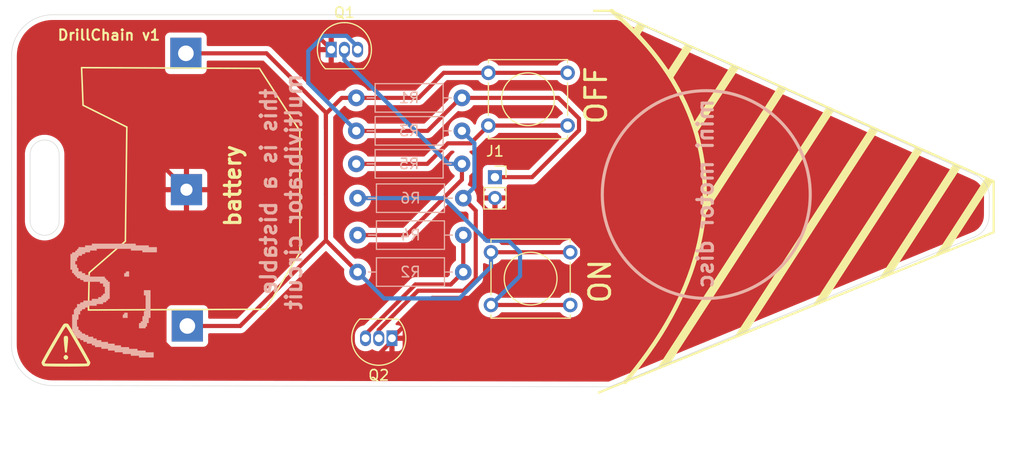
<source format=kicad_pcb>
(kicad_pcb (version 20240108) (generator "pcbnew") (generator_version "8.0")
  (layers (0 "F.Cu" signal) (31 "B.Cu" signal) (34 "B.Paste" user) (35 "F.Paste" user) (36 "B.SilkS" user "B.Silkscreen") (37 "F.SilkS" user "F.Silkscreen") (38 "B.Mask" user) (39 "F.Mask" user) (44 "Edge.Cuts" user))
  (net 0 "")
  (net 1 "GND")
  (net 2 "+3.3V")
  (net 3 "Net-(J1-Pin_1)")
  (net 4 "Net-(Q1-B)")
  (net 5 "Net-(Q2-C)")
  (net 6 "Net-(Q2-B)")
  (net 7 "Net-(R5-Pad1)")
  (net 8 "Net-(R6-Pad1)")
  (footprint "LOGO" (layer "F.Cu") (at 143.669242 35.227303)
    (property "Reference" "G***" (hide yes))
    (property "Value" "LOGO" (hide yes))
  )
  (footprint "Button_Switch_THT:SW_Tactile_Straight_KSL0Axx1LFTR" (layer "F.Cu") (at 108.839 39.243)
    (property "Reference" "ON" (at 10.4902 2.794 90) (layer "F.SilkS") (effects (font (size 2 2) (thickness 0.3))))
    (property "Value" "SW_Push")
    (pad "1" thru_hole circle (at 0 0) (size 1.397 1.397) (drill 0.8128) (layers "*.Cu" "*.Mask") (net 2 "+3.3V"))
    (pad "1" thru_hole circle (at 7.62 0) (size 1.397 1.397) (drill 0.8128) (layers "*.Cu" "*.Mask") (net 2 "+3.3V"))
    (pad "2" thru_hole circle (at 0 5.08) (size 1.397 1.397) (drill 0.8128) (layers "*.Cu" "*.Mask") (net 8 "Net-(R6-Pad1)"))
    (pad "2" thru_hole circle (at 7.62 5.08) (size 1.397 1.397) (drill 0.8128) (layers "*.Cu" "*.Mask") (net 8 "Net-(R6-Pad1)"))
  )
  (footprint "Button_Switch_THT:SW_Tactile_Straight_KSL0Axx1LFTR" (layer "F.Cu") (at 108.585 21.971)
    (property "Reference" "OFF" (at 10.3632 2.159 -90) (layer "F.SilkS") (effects (font (size 2 2) (thickness 0.3))))
    (property "Value" "SW_Push")
    (pad "1" thru_hole circle (at 0 0) (size 1.397 1.397) (drill 0.8128) (layers "*.Cu" "*.Mask") (net 2 "+3.3V"))
    (pad "1" thru_hole circle (at 7.62 0) (size 1.397 1.397) (drill 0.8128) (layers "*.Cu" "*.Mask") (net 2 "+3.3V"))
    (pad "2" thru_hole circle (at 0 5.08) (size 1.397 1.397) (drill 0.8128) (layers "*.Cu" "*.Mask") (net 7 "Net-(R5-Pad1)"))
    (pad "2" thru_hole circle (at 7.62 5.08) (size 1.397 1.397) (drill 0.8128) (layers "*.Cu" "*.Mask") (net 7 "Net-(R5-Pad1)"))
  )
  (footprint "test2:Battery_Holder_Coin_2032_BS-7" (layer "F.Cu") (at 79.637799 26.3432 -90)
    (property "Reference" "BAT1" (hide yes))
    (property "Value" "BS-7" (hide yes))
    (pad "Neg" thru_hole rect (at 6.88 0.084999 270) (size 3 3) (drill 1.17) (layers "*.Cu" "*.Mask") (net 1 "GND"))
    (pad "Pos" thru_hole rect (at -6.25 0.14 270) (size 3 3) (drill 1.5) (layers "*.Cu" "*.Mask") (net 2 "+3.3V"))
    (pad "Pos" thru_hole rect (at 20 0 270) (size 3 3) (drill 1.5) (layers "*.Cu" "*.Mask") (net 2 "+3.3V"))
  )
  (footprint "Package_TO_SOT_THT:TO-92_Inline" (layer "F.Cu") (at 93.472 19.7358)
    (property "Reference" "Q1" (at 1.27 -3.56 0) (layer "F.SilkS"))
    (property "Value" "2N3904")
    (pad "1" thru_hole rect (at 0 0) (size 1.05 1.5) (drill 0.75) (layers "*.Cu" "*.Mask") (net 1 "GND"))
    (pad "2" thru_hole oval (at 1.27 0) (size 1.05 1.5) (drill 0.75) (layers "*.Cu" "*.Mask") (net 4 "Net-(Q1-B)"))
    (pad "3" thru_hole oval (at 2.54 0) (size 1.05 1.5) (drill 0.75) (layers "*.Cu" "*.Mask") (net 3 "Net-(J1-Pin_1)"))
  )
  (footprint "LOGO" (layer "F.Cu") (at 67.945 48.133)
    (property "Reference" "G***" (hide yes))
    (property "Value" "LOGO" (hide yes))
  )
  (footprint "Connector_PinSocket_2.00mm:PinSocket_1x02_P2.00mm_Vertical" (layer "F.Cu") (at 109.22 32.02)
    (property "Reference" "J1" (at 0 -2.5 0) (layer "F.SilkS"))
    (property "Value" "Conn_01x02_Socket")
    (pad "1" thru_hole rect (at 0 0) (size 1.35 1.35) (drill 0.8) (layers "*.Cu" "*.Mask") (net 3 "Net-(J1-Pin_1)"))
    (pad "2" thru_hole oval (at 0 2) (size 1.35 1.35) (drill 0.8) (layers "*.Cu" "*.Mask") (net 1 "GND"))
  )
  (footprint "Package_TO_SOT_THT:TO-92_Inline" (layer "F.Cu") (at 99.314 47.5234 180)
    (property "Reference" "Q2" (at 1.27 -3.56 0) (layer "F.SilkS"))
    (property "Value" "2N3904")
    (pad "1" thru_hole rect (at 0 0 180) (size 1.05 1.5) (drill 0.75) (layers "*.Cu" "*.Mask") (net 1 "GND"))
    (pad "2" thru_hole oval (at 1.27 0 180) (size 1.05 1.5) (drill 0.75) (layers "*.Cu" "*.Mask") (net 6 "Net-(Q2-B)"))
    (pad "3" thru_hole oval (at 2.54 0 180) (size 1.05 1.5) (drill 0.75) (layers "*.Cu" "*.Mask") (net 5 "Net-(Q2-C)"))
  )
  (footprint "Resistor_THT:R_Axial_DIN0207_L6.3mm_D2.5mm_P10.16mm_Horizontal" (layer "B.Cu") (at 95.885 30.734)
    (property "Reference" "R5" (at 5.08 0 0) (layer "B.SilkS") (effects (justify mirror)))
    (property "Value" "1k")
    (pad "1" thru_hole circle (at 0 0) (size 1.6 1.6) (drill 0.8) (layers "*.Cu" "*.Mask") (net 7 "Net-(R5-Pad1)"))
    (pad "2" thru_hole oval (at 10.16 0) (size 1.6 1.6) (drill 0.8) (layers "*.Cu" "*.Mask") (net 4 "Net-(Q1-B)"))
  )
  (footprint "Resistor_THT:R_Axial_DIN0207_L6.3mm_D2.5mm_P10.16mm_Horizontal" (layer "B.Cu") (at 95.885 27.559)
    (property "Reference" "R3" (at 5.08 0 0) (layer "B.SilkS") (effects (justify mirror)))
    (property "Value" "700")
    (pad "1" thru_hole circle (at 0 0) (size 1.6 1.6) (drill 0.8) (layers "*.Cu" "*.Mask") (net 3 "Net-(J1-Pin_1)"))
    (pad "2" thru_hole oval (at 10.16 0) (size 1.6 1.6) (drill 0.8) (layers "*.Cu" "*.Mask") (net 6 "Net-(Q2-B)"))
  )
  (footprint "Resistor_THT:R_Axial_DIN0207_L6.3mm_D2.5mm_P10.16mm_Horizontal" (layer "B.Cu") (at 95.885 24.384)
    (property "Reference" "R1" (at 5.08 0 0) (layer "B.SilkS") (effects (justify mirror)))
    (property "Value" "20")
    (pad "1" thru_hole circle (at 0 0) (size 1.6 1.6) (drill 0.8) (layers "*.Cu" "*.Mask") (net 2 "+3.3V"))
    (pad "2" thru_hole oval (at 10.16 0) (size 1.6 1.6) (drill 0.8) (layers "*.Cu" "*.Mask") (net 3 "Net-(J1-Pin_1)"))
  )
  (footprint "Resistor_THT:R_Axial_DIN0207_L6.3mm_D2.5mm_P10.16mm_Horizontal" (layer "B.Cu") (at 96.012 41.148)
    (property "Reference" "R2" (at 5.08 0 0) (layer "B.SilkS") (effects (justify mirror)))
    (property "Value" "20")
    (pad "1" thru_hole circle (at 0 0) (size 1.6 1.6) (drill 0.8) (layers "*.Cu" "*.Mask") (net 2 "+3.3V"))
    (pad "2" thru_hole oval (at 10.16 0) (size 1.6 1.6) (drill 0.8) (layers "*.Cu" "*.Mask") (net 5 "Net-(Q2-C)"))
  )
  (footprint "Resistor_THT:R_Axial_DIN0207_L6.3mm_D2.5mm_P10.16mm_Horizontal" (layer "B.Cu") (at 96.012 34.036)
    (property "Reference" "R6" (at 5.08 0 0) (layer "B.SilkS") (effects (justify mirror)))
    (property "Value" "1k")
    (pad "1" thru_hole circle (at 0 0) (size 1.6 1.6) (drill 0.8) (layers "*.Cu" "*.Mask") (net 8 "Net-(R6-Pad1)"))
    (pad "2" thru_hole oval (at 10.16 0) (size 1.6 1.6) (drill 0.8) (layers "*.Cu" "*.Mask") (net 6 "Net-(Q2-B)"))
  )
  (footprint "LOGO" (layer "B.Cu") (at 76.902517 60.088635 -90)
    (property "Reference" "G***" (hide yes))
    (property "Value" "LOGO" (hide yes))
  )
  (footprint "Resistor_THT:R_Axial_DIN0207_L6.3mm_D2.5mm_P10.16mm_Horizontal" (layer "B.Cu") (at 96.012 37.592)
    (property "Reference" "R4" (at 5.08 0 0) (layer "B.SilkS") (effects (justify mirror)))
    (property "Value" "700")
    (pad "1" thru_hole circle (at 0 0) (size 1.6 1.6) (drill 0.8) (layers "*.Cu" "*.Mask") (net 4 "Net-(Q1-B)"))
    (pad "2" thru_hole oval (at 10.16 0) (size 1.6 1.6) (drill 0.8) (layers "*.Cu" "*.Mask") (net 5 "Net-(Q2-C)"))
  )
  (gr_circle (center 129.54 33.688) (end 139.54 33.688) (stroke (width 0.3)) (fill none) (layer "B.SilkS"))
  (gr_line (start 120.269 52.197) (end 155.336465 37.769799) (stroke (width 0.05)) (layer "Edge.Cuts"))
  (gr_arc (start 66.664879 52.080121) (mid 63.881 50.927) (end 62.727879 48.143121) (stroke (width 0.05)) (layer "Edge.Cuts"))
  (gr_arc (start 155.3464 31.775401) (mid 156.368644 32.601466) (end 156.753335 33.8582) (stroke (width 0.05)) (layer "Edge.Cuts"))
  (gr_line (start 62.737999 20.319999) (end 62.727879 48.143121) (stroke (width 0.05)) (layer "Edge.Cuts"))
  (gr_line (start 66.674999 16.382999) (end 121.0945 16.383) (stroke (width 0.05)) (layer "Edge.Cuts"))
  (gr_line (start 121.0945 16.383) (end 155.3464 31.775401) (stroke (width 0.05)) (layer "Edge.Cuts"))
  (gr_arc (start 64.516 29.847662) (mid 65.914331 28.438634) (end 67.309974 29.850323) (stroke (width 0.05)) (layer "Edge.Cuts"))
  (gr_arc (start 156.7434 35.687) (mid 156.358709 36.943734) (end 155.336465 37.769799) (stroke (width 0.05)) (layer "Edge.Cuts"))
  (gr_line (start 156.7434 35.687) (end 156.753335 33.8582) (stroke (width 0.05)) (layer "Edge.Cuts"))
  (gr_arc (start 67.309974 36.195) (mid 65.914331 37.606689) (end 64.516 36.197661) (stroke (width 0.05)) (layer "Edge.Cuts"))
  (gr_arc (start 62.737999 20.319999) (mid 63.89112 17.53612) (end 66.674999 16.382999) (stroke (width 0.05)) (layer "Edge.Cuts"))
  (gr_line (start 120.269 52.197) (end 66.664879 52.080121) (stroke (width 0.05)) (layer "Edge.Cuts"))
  (gr_line (start 67.309974 29.850323) (end 67.309974 36.195) (stroke (width 0.05)) (layer "Edge.Cuts"))
  (gr_line (start 64.516 29.847662) (end 64.516 36.197661) (stroke (width 0.05)) (layer "Edge.Cuts"))
  (gr_text "this is a bistable\nmultivibrator circuit" (at 90.7542 33.4264 90) (layer "B.SilkS") (effects (font (size 1.5 1.5) (thickness 0.3) (bold yes)) (justify bottom mirror)))
  (gr_text "mini motor disc" (at 130.3274 24.3332 90) (layer "B.SilkS") (effects (font (size 1.5 1.5) (thickness 0.3) (bold yes)) (justify left bottom mirror)))
  (gr_text "DrillChain v1" (at 67.056 18.923 0) (layer "F.SilkS") (effects (font (size 1 1) (thickness 0.2) (bold yes)) (justify left bottom)))
  (gr_text "battery" (at 84.8868 36.9316 90) (layer "F.SilkS") (effects (font (size 1.5 1.5) (thickness 0.3) (bold yes)) (justify left bottom)))
  (segment (start 112.789514 34.02) (end 117.602 38.832486) (width 0.4) (layer "F.Cu") (net 1))
  (segment (start 76.7588 47.2948) (end 76.7588 45.2374) (width 0.4) (layer "F.Cu") (net 1))
  (segment (start 75.565 29.2354) (end 75.565 19.9136) (width 0.4) (layer "F.Cu") (net 1))
  (segment (start 117.602 39.653514) (end 115.066114 42.1894) (width 0.4) (layer "F.Cu") (net 1))
  (segment (start 97.824548 49.276) (end 78.74 49.276) (width 0.4) (layer "F.Cu") (net 1))
  (segment (start 78.74 49.276) (end 76.7588 47.2948) (width 0.4) (layer "F.Cu") (net 1))
  (segment (start 99.076252 47.761148) (end 99.076252 48.024296) (width 0.4) (layer "F.Cu") (net 1))
  (segment (start 79.5528 33.2232) (end 75.565 29.2354) (width 0.4) (layer "F.Cu") (net 1))
  (segment (start 117.602 38.832486) (end 117.602 39.653514) (width 0.4) (layer "F.Cu") (net 1))
  (segment (start 75.565 19.9136) (end 77.8002 17.6784) (width 0.4) (layer "F.Cu") (net 1))
  (segment (start 79.5528 42.4434) (end 79.5528 33.2232) (width 0.4) (layer "F.Cu") (net 1))
  (segment (start 99.076252 48.024296) (end 97.824548 49.276) (width 0.4) (layer "F.Cu") (net 1))
  (segment (start 108.2294 42.1894) (end 106.7816 43.6372) (width 0.4) (layer "F.Cu") (net 1))
  (segment (start 77.8002 17.6784) (end 91.4146 17.6784) (width 0.4) (layer "F.Cu") (net 1))
  (segment (start 91.4146 17.6784) (end 93.472 19.7358) (width 0.4) (layer "F.Cu") (net 1))
  (segment (start 115.066114 42.1894) (end 108.2294 42.1894) (width 0.4) (layer "F.Cu") (net 1))
  (segment (start 109.22 34.02) (end 112.789514 34.02) (width 0.4) (layer "F.Cu") (net 1))
  (segment (start 103.2002 43.6372) (end 99.076252 47.761148) (width 0.4) (layer "F.Cu") (net 1))
  (segment (start 76.7588 45.2374) (end 79.5528 42.4434) (width 0.4) (layer "F.Cu") (net 1))
  (segment (start 106.7816 43.6372) (end 103.2002 43.6372) (width 0.4) (layer "F.Cu") (net 1))
  (segment (start 92.964 38.1) (end 96.012 41.148) (width 0.4) (layer "F.Cu") (net 2))
  (segment (start 92.964 33.655) (end 92.964 38.1) (width 0.4) (layer "F.Cu") (net 2))
  (segment (start 92.964 27.305) (end 92.964 33.655) (width 0.4) (layer "F.Cu") (net 2))
  (segment (start 92.964 25.908) (end 92.964 27.305) (width 0.4) (layer "F.Cu") (net 2))
  (segment (start 92.964 38.1) (end 84.7208 46.3432) (width 0.4) (layer "F.Cu") (net 2))
  (segment (start 94.488 24.384) (end 92.964 25.908) (width 0.4) (layer "F.Cu") (net 2))
  (segment (start 104.2924 21.971) (end 101.8794 24.384) (width 0.4) (layer "F.Cu") (net 2))
  (segment (start 87.2508 20.0932) (end 79.497799 20.0932) (width 0.4) (layer "F.Cu") (net 2))
  (segment (start 92.964 25.8064) (end 87.2508 20.0932) (width 0.4) (layer "F.Cu") (net 2))
  (segment (start 101.8794 24.384) (end 95.885 24.384) (width 0.4) (layer "F.Cu") (net 2))
  (segment (start 92.964 27.305) (end 92.964 25.8064) (width 0.4) (layer "F.Cu") (net 2))
  (segment (start 84.7208 46.3432) (end 79.637799 46.3432) (width 0.4) (layer "F.Cu") (net 2))
  (segment (start 108.585 21.971) (end 104.2924 21.971) (width 0.4) (layer "F.Cu") (net 2))
  (segment (start 95.885 24.384) (end 94.488 24.384) (width 0.4) (layer "F.Cu") (net 2))
  (segment (start 116.205 21.971) (end 108.585 21.971) (width 0.4) (layer "F.Cu") (net 2))
  (segment (start 116.459 39.243) (end 108.839 39.243) (width 0.4) (layer "F.Cu") (net 2))
  (segment (start 108.839 40.64) (end 108.839 39.243) (width 0.4) (layer "B.Cu") (net 2))
  (segment (start 105.791 43.688) (end 108.839 40.64) (width 0.4) (layer "B.Cu") (net 2))
  (segment (start 96.012 41.148) (end 98.552 43.688) (width 0.4) (layer "B.Cu") (net 2))
  (segment (start 108.839 40.036635) (end 108.839 39.243) (width 0.2) (layer "B.Cu") (net 2))
  (segment (start 98.552 43.688) (end 105.791 43.688) (width 0.4) (layer "B.Cu") (net 2))
  (segment (start 102.743 27.559) (end 95.885 27.559) (width 0.4) (layer "F.Cu") (net 3))
  (segment (start 117.3035 26.3715) (end 115.316 24.384) (width 0.4) (layer "F.Cu") (net 3))
  (segment (start 117.3035 27.506014) (end 117.3035 26.3715) (width 0.4) (layer "F.Cu") (net 3))
  (segment (start 106.045 24.384) (end 105.918 24.384) (width 0.4) (layer "F.Cu") (net 3))
  (segment (start 112.789514 32.02) (end 117.3035 27.506014) (width 0.4) (layer "F.Cu") (net 3))
  (segment (start 115.316 24.384) (end 106.045 24.384) (width 0.4) (layer "F.Cu") (net 3))
  (segment (start 105.918 24.384) (end 102.743 27.559) (width 0.4) (layer "F.Cu") (net 3))
  (segment (start 109.22 32.02) (end 112.789514 32.02) (width 0.4) (layer "F.Cu") (net 3))
  (segment (start 96.012 19.7358) (end 96.012 19.472652) (width 0.4) (layer "B.Cu") (net 3))
  (segment (start 94.954348 18.415) (end 92.7178 18.415) (width 0.4) (layer "B.Cu") (net 3))
  (segment (start 96.012 19.472652) (end 94.954348 18.415) (width 0.4) (layer "B.Cu") (net 3))
  (segment (start 92.7178 18.415) (end 91.2622 19.8706) (width 0.4) (layer "B.Cu") (net 3))
  (segment (start 91.2622 19.8706) (end 91.2622 22.9362) (width 0.4) (layer "B.Cu") (net 3))
  (segment (start 91.2622 22.9362) (end 95.885 27.559) (width 0.4) (layer "B.Cu") (net 3))
  (segment (start 100.711 37.592) (end 96.012 37.592) (width 0.4) (layer "F.Cu") (net 4))
  (segment (start 106.045 32.258) (end 100.711 37.592) (width 0.4) (layer "F.Cu") (net 4))
  (segment (start 106.045 30.734) (end 106.045 32.258) (width 0.4) (layer "F.Cu") (net 4))
  (segment (start 104.7496 30.734) (end 106.045 30.734) (width 0.4) (layer "B.Cu") (net 4))
  (segment (start 94.742 19.7358) (end 94.742 20.7264) (width 0.4) (layer "B.Cu") (net 4))
  (segment (start 94.742 20.7264) (end 104.7496 30.734) (width 0.4) (layer "B.Cu") (net 4))
  (segment (start 96.774 47.139872) (end 96.774 47.5234) (width 0.4) (layer "F.Cu") (net 5))
  (segment (start 106.172 41.148) (end 104.972 42.348) (width 0.4) (layer "F.Cu") (net 5))
  (segment (start 101.565872 42.348) (end 96.774 47.139872) (width 0.4) (layer "F.Cu") (net 5))
  (segment (start 106.172 37.592) (end 106.172 41.148) (width 0.4) (layer "F.Cu") (net 5))
  (segment (start 104.972 42.348) (end 101.565872 42.348) (width 0.4) (layer "F.Cu") (net 5))
  (segment (start 98.044 47.5234) (end 98.044 47.260252) (width 0.4) (layer "F.Cu") (net 6))
  (segment (start 106.2008 42.948) (end 101.8144 42.948) (width 0.4) (layer "F.Cu") (net 6))
  (segment (start 98.044 46.7184) (end 98.044 47.5234) (width 0.4) (layer "F.Cu") (net 6))
  (segment (start 107.372 35.236) (end 107.372 41.7768) (width 0.4) (layer "F.Cu") (net 6))
  (segment (start 101.8144 42.948) (end 98.044 46.7184) (width 0.4) (layer "F.Cu") (net 6))
  (segment (start 107.372 41.7768) (end 106.2008 42.948) (width 0.4) (layer "F.Cu") (net 6))
  (segment (start 106.172 34.036) (end 107.372 35.236) (width 0.4) (layer "F.Cu") (net 6))
  (segment (start 107.245 28.759) (end 106.045 27.559) (width 0.4) (layer "B.Cu") (net 6))
  (segment (start 106.172 34.036) (end 107.245 32.963) (width 0.4) (layer "B.Cu") (net 6))
  (segment (start 107.245 32.963) (end 107.245 28.759) (width 0.4) (layer "B.Cu") (net 6))
  (segment (start 106.877 28.759) (end 108.585 27.051) (width 0.4) (layer "F.Cu") (net 7))
  (segment (start 104.6926 28.759) (end 106.877 28.759) (width 0.4) (layer "F.Cu") (net 7))
  (segment (start 102.7176 30.734) (end 104.6926 28.759) (width 0.4) (layer "F.Cu") (net 7))
  (segment (start 95.885 30.734) (end 102.7176 30.734) (width 0.4) (layer "F.Cu") (net 7))
  (segment (start 108.585 27.051) (end 116.205 27.051) (width 0.4) (layer "F.Cu") (net 7))
  (segment (start 108.839 44.323) (end 116.459 44.323) (width 0.4) (layer "F.Cu") (net 8))
  (segment (start 110.5345 38.1445) (end 111.633 39.243) (width 0.4) (layer "B.Cu") (net 8))
  (segment (start 111.633 41.529) (end 108.839 44.323) (width 0.4) (layer "B.Cu") (net 8))
  (segment (start 96.012 34.036) (end 104.313057 34.036) (width 0.4) (layer "B.Cu") (net 8))
  (segment (start 108.421557 38.1445) (end 110.5345 38.1445) (width 0.4) (layer "B.Cu") (net 8))
  (segment (start 111.633 39.243) (end 111.633 41.529) (width 0.4) (layer "B.Cu") (net 8))
  (segment (start 104.313057 34.036) (end 108.421557 38.1445) (width 0.4) (layer "B.Cu") (net 8))
  (zone (net 1) (net_name "GND") (layer "F.Cu") (connect_pads (clearance 0.5)) (min_thickness 0.25) (fill yes (thermal_gap 0.5) (thermal_bridge_width 0.5))
    (polygon (pts (xy 61.9506 14.9606) (xy 61.6204 54.0766) (xy 124.0282 54.0766) (xy 160.0962 39.116) (xy 158.4452 28.3718) (xy 124.3584 14.9606)))
  )
)
</source>
